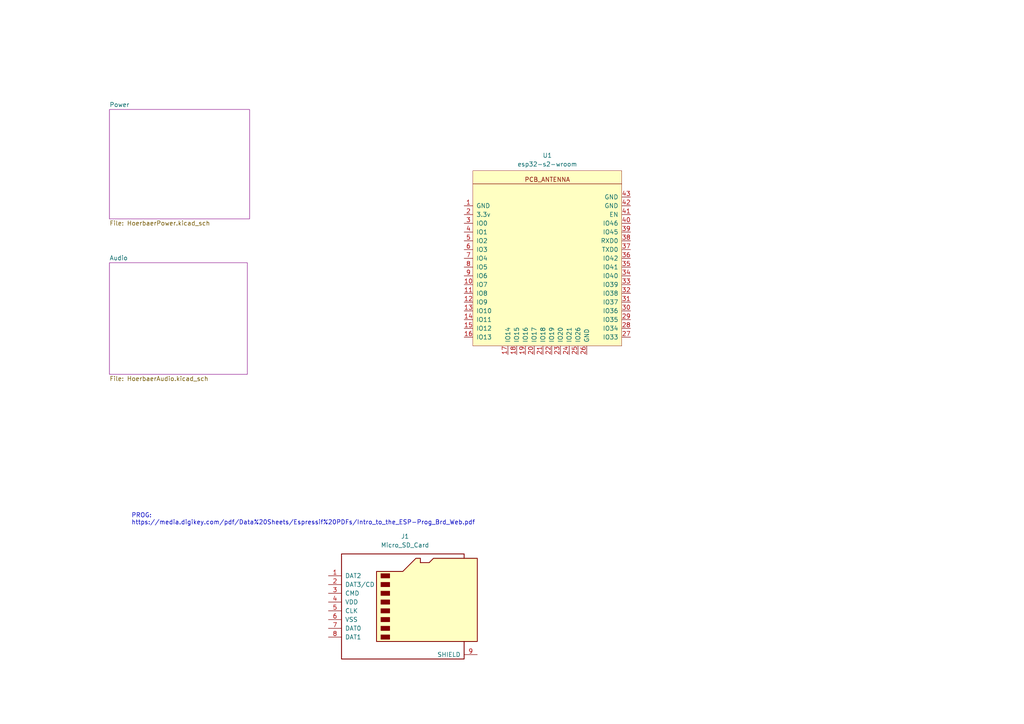
<source format=kicad_sch>
(kicad_sch (version 20210621) (generator eeschema)
  (paper "A4")
  (lib_symbols
    (symbol "Connector:Micro_SD_Card" (pin_names (offset 1.016))
      (property "Reference" "J" (at -16.51 15.24 0))
      (property "Value" "Micro_SD_Card" (at 16.51 15.24 0))
      (symbol "Micro_SD_Card_0_1"
        (rectangle (start -7.62 -9.525) (end -5.08 -10.795) (fill (type outline)))
        (rectangle (start -7.62 -6.985) (end -5.08 -8.255) (fill (type outline)))
        (rectangle (start -7.62 -4.445) (end -5.08 -5.715) (fill (type outline)))
        (rectangle (start -7.62 -1.905) (end -5.08 -3.175) (fill (type outline)))
        (rectangle (start -7.62 0.635) (end -5.08 -0.635) (fill (type outline)))
        (rectangle (start -7.62 3.175) (end -5.08 1.905) (fill (type outline)))
        (rectangle (start -7.62 5.715) (end -5.08 4.445) (fill (type outline)))
        (rectangle (start -7.62 8.255) (end -5.08 6.985) (fill (type outline)))
        (polyline (pts (xy 16.51 12.7) (xy 16.51 13.97) (xy -19.05 13.97) (xy -19.05 -16.51) (xy 16.51 -16.51) (xy 16.51 -11.43)) (stroke (width 0.254)))
        (polyline (pts (xy -8.89 -11.43) (xy -8.89 8.89) (xy -1.27 8.89) (xy 2.54 12.7) (xy 3.81 12.7) (xy 3.81 11.43) (xy 6.35 11.43) (xy 7.62 12.7) (xy 20.32 12.7) (xy 20.32 -11.43) (xy -8.89 -11.43)) (stroke (width 0.254)) (fill (type background)))
      )
      (symbol "Micro_SD_Card_1_1"
        (pin bidirectional line (at -22.86 7.62 0) (length 3.81) (name "DAT2") (number "1"))
        (pin bidirectional line (at -22.86 5.08 0) (length 3.81) (name "DAT3/CD") (number "2"))
        (pin input line (at -22.86 2.54 0) (length 3.81) (name "CMD") (number "3"))
        (pin power_in line (at -22.86 0 0) (length 3.81) (name "VDD") (number "4"))
        (pin input line (at -22.86 -2.54 0) (length 3.81) (name "CLK") (number "5"))
        (pin power_in line (at -22.86 -5.08 0) (length 3.81) (name "VSS") (number "6"))
        (pin bidirectional line (at -22.86 -7.62 0) (length 3.81) (name "DAT0") (number "7"))
        (pin bidirectional line (at -22.86 -10.16 0) (length 3.81) (name "DAT1") (number "8"))
        (pin passive line (at 20.32 -15.24 180) (length 3.81) (name "SHIELD") (number "9"))
      )
    )
    (symbol "HoerbaerParts:esp32-s2-wroom" (pin_names (offset 1.016))
      (property "Reference" "U" (at 0 0 0))
      (property "Value" "esp32-s2-wroom" (at 0 27.94 0))
      (symbol "esp32-s2-wroom_0_0"
        (text "PCB_ANTENNA" (at -1.27 24.13 0) (effects (font (size 1.27 1.27))))
        (rectangle (start -22.86 22.86) (end 20.32 -24.13) (stroke (width 0.1)) (fill (type background)))
        (rectangle (start -22.86 22.86) (end 20.32 26.67) (stroke (width 0.1)) (fill (type background)))
      )
      (symbol "esp32-s2-wroom_1_1"
        (pin power_in line (at -25.4 16.51 0) (length 2.4892) (name "GND") (number "1"))
        (pin bidirectional line (at -25.4 -6.35 0) (length 2.4892) (name "IO7") (number "10"))
        (pin bidirectional line (at -25.4 -8.89 0) (length 2.4892) (name "IO8") (number "11"))
        (pin bidirectional line (at -25.4 -11.43 0) (length 2.4892) (name "IO9") (number "12"))
        (pin bidirectional line (at -25.4 -13.97 0) (length 2.4892) (name "IO10") (number "13"))
        (pin bidirectional line (at -25.4 -16.51 0) (length 2.4892) (name "IO11") (number "14"))
        (pin bidirectional line (at -25.4 -19.05 0) (length 2.4892) (name "IO12") (number "15"))
        (pin bidirectional line (at -25.4 -21.59 0) (length 2.4892) (name "IO13") (number "16"))
        (pin bidirectional line (at -12.7 -26.67 90) (length 2.4892) (name "IO14") (number "17"))
        (pin bidirectional line (at -10.16 -26.67 90) (length 2.4892) (name "IO15") (number "18"))
        (pin bidirectional line (at -7.62 -26.67 90) (length 2.4892) (name "IO16") (number "19"))
        (pin power_in line (at -25.4 13.97 0) (length 2.4892) (name "3.3v") (number "2"))
        (pin bidirectional line (at -5.08 -26.67 90) (length 2.4892) (name "IO17") (number "20"))
        (pin bidirectional line (at -2.54 -26.67 90) (length 2.4892) (name "IO18") (number "21"))
        (pin bidirectional line (at 0 -26.67 90) (length 2.4892) (name "IO19") (number "22"))
        (pin bidirectional line (at 2.54 -26.67 90) (length 2.4892) (name "IO20") (number "23"))
        (pin bidirectional line (at 5.08 -26.67 90) (length 2.4892) (name "IO21") (number "24"))
        (pin bidirectional line (at 7.62 -26.67 90) (length 2.4892) (name "IO26") (number "25"))
        (pin power_in line (at 10.16 -26.67 90) (length 2.4892) (name "GND") (number "26"))
        (pin bidirectional line (at 22.86 -21.59 180) (length 2.4892) (name "IO33") (number "27"))
        (pin bidirectional line (at 22.86 -19.05 180) (length 2.4892) (name "IO34") (number "28"))
        (pin bidirectional line (at 22.86 -16.51 180) (length 2.4892) (name "IO35") (number "29"))
        (pin bidirectional line (at -25.4 11.43 0) (length 2.4892) (name "IO0") (number "3"))
        (pin bidirectional line (at 22.86 -13.97 180) (length 2.4892) (name "IO36") (number "30"))
        (pin bidirectional line (at 22.86 -11.43 180) (length 2.4892) (name "IO37") (number "31"))
        (pin bidirectional line (at 22.86 -8.89 180) (length 2.4892) (name "IO38") (number "32"))
        (pin bidirectional line (at 22.86 -6.35 180) (length 2.4892) (name "IO39") (number "33"))
        (pin bidirectional line (at 22.86 -3.81 180) (length 2.4892) (name "IO40") (number "34"))
        (pin bidirectional line (at 22.86 -1.27 180) (length 2.4892) (name "IO41") (number "35"))
        (pin bidirectional line (at 22.86 1.27 180) (length 2.4892) (name "IO42") (number "36"))
        (pin bidirectional line (at 22.86 3.81 180) (length 2.4892) (name "TXD0") (number "37"))
        (pin bidirectional line (at 22.86 6.35 180) (length 2.4892) (name "RXD0") (number "38"))
        (pin bidirectional line (at 22.86 8.89 180) (length 2.4892) (name "IO45") (number "39"))
        (pin bidirectional line (at -25.4 8.89 0) (length 2.4892) (name "IO1") (number "4"))
        (pin bidirectional line (at 22.86 11.43 180) (length 2.4892) (name "IO46") (number "40"))
        (pin bidirectional line (at 22.86 13.97 180) (length 2.4892) (name "EN") (number "41"))
        (pin power_in line (at 22.86 16.51 180) (length 2.4892) (name "GND") (number "42"))
        (pin power_in line (at 22.86 19.05 180) (length 2.4892) (name "GND") (number "43"))
        (pin bidirectional line (at -25.4 6.35 0) (length 2.4892) (name "IO2") (number "5"))
        (pin bidirectional line (at -25.4 3.81 0) (length 2.4892) (name "IO3") (number "6"))
        (pin bidirectional line (at -25.4 1.27 0) (length 2.4892) (name "IO4") (number "7"))
        (pin bidirectional line (at -25.4 -1.27 0) (length 2.4892) (name "IO5") (number "8"))
        (pin bidirectional line (at -25.4 -3.81 0) (length 2.4892) (name "IO6") (number "9"))
      )
    )
  )
  (text "PROG:\nhttps://media.digikey.com/pdf/Data%20Sheets/Espressif%20PDFs/Intro_to_the_ESP-Prog_Brd_Web.pdf" (at 38.1 152.4 0) (effects (font (size 1.27 1.27)) (justify left bottom)))
  (symbol (lib_id "Connector:Micro_SD_Card") (at 118.11 174.625 0) (unit 1)
    (property "Reference" "J1" (at 117.475 155.575 0))
    (property "Value" "Micro_SD_Card" (at 117.475 158.115 0))
    (property "Footprint" "Connector_Card:microSD_HC_Molex_104031-0811" (effects hide))
    (property "Datasheet" "http://katalog.we-online.de/em/datasheet/693072010801.pdf" (effects hide))
  )
  (symbol (lib_id "HoerbaerParts:esp32-s2-wroom") (at 160.02 76.2 0) (unit 1)
    (property "Reference" "U1" (at 158.75 45.085 0))
    (property "Value" "esp32-s2-wroom" (at 158.75 47.625 0))
    (property "Footprint" "HoerbaerFootprints:esp32-s2-wrooom" (effects hide))
  )
  (sheet (at 31.75 76.2) (size 40.005 32.385) (stroke (width 0.001) (color 132 0 132 1)) (fill (color 255 255 255 0.0000))
    (property "Sheet name" "Audio" (at 31.75 75.5641 0) (effects (justify left bottom)))
    (property "Sheet file" "HoerbaerAudio.kicad_sch" (at 31.75 109.0939 0) (effects (justify left top)))
  )
  (sheet (at 31.75 31.75) (size 40.64 31.75) (stroke (width 0.0006) (color 132 0 132 1)) (fill (color 255 255 255 0.0000))
    (property "Sheet name" "Power" (at 31.75 31.1143 0) (effects (justify left bottom)))
    (property "Sheet file" "HoerbaerPower.kicad_sch" (at 31.75 64.0087 0) (effects (justify left top)))
  )
)
</source>
